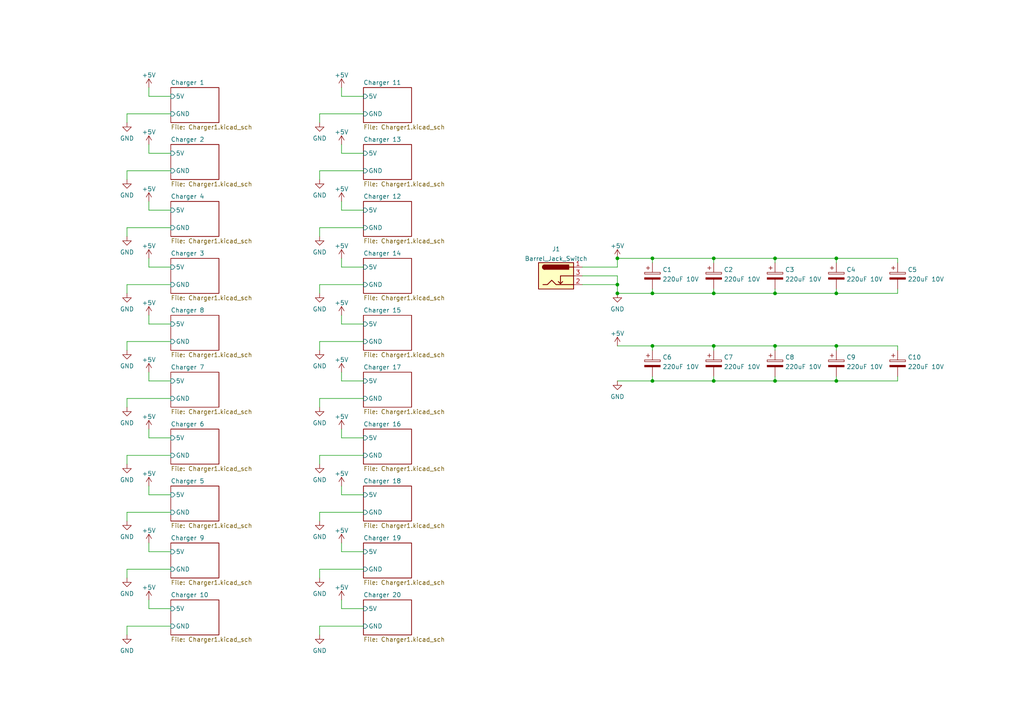
<source format=kicad_sch>
(kicad_sch (version 20211123) (generator eeschema)
  (paper "A4")
  (lib_symbols
    (symbol "Connector:Barrel_Jack_Switch" (pin_names hide)
      (property "Reference" "J" (at 0 5.334 0))
      (property "Value" "Barrel_Jack_Switch" (at 0 -5.08 0))
      (symbol "Barrel_Jack_Switch_0_1"
        (rectangle (start -5.08 3.81) (end 5.08 -3.81) (stroke (width 0.254)) (fill (type background)))
        (arc (start -3.302 3.175) (mid -3.937 2.54) (end -3.302 1.905) (stroke (width 0.254)))
        (arc (start -3.302 3.175) (mid -3.937 2.54) (end -3.302 1.905) (stroke (width 0.254)) (fill (type outline)))
        (polyline (pts (xy 1.27 -2.286) (xy 1.905 -1.651)) (stroke (width 0.254)))
        (polyline (pts (xy 5.08 2.54) (xy 3.81 2.54)) (stroke (width 0.254)))
        (polyline (pts (xy 5.08 0) (xy 1.27 0) (xy 1.27 -2.286) (xy 0.635 -1.651)) (stroke (width 0.254)))
        (polyline (pts (xy -3.81 -2.54) (xy -2.54 -2.54) (xy -1.27 -1.27) (xy 0 -2.54) (xy 2.54 -2.54) (xy 5.08 -2.54)) (stroke (width 0.254)))
        (rectangle (start 3.683 3.175) (end -3.302 1.905) (stroke (width 0.254)) (fill (type outline)))
      )
      (symbol "Barrel_Jack_Switch_1_1"
        (pin passive line (at 7.62 2.54 180) (length 2.54) (name "~") (number "1"))
        (pin passive line (at 7.62 -2.54 180) (length 2.54) (name "~") (number "2"))
        (pin passive line (at 7.62 0 180) (length 2.54) (name "~") (number "3"))
      )
    )
    (symbol "Device:C_Polarized" (pin_numbers hide) (pin_names (offset 0.254))
      (property "Reference" "C" (at 0.635 2.54 0))
      (property "Value" "C_Polarized" (at 0.635 -2.54 0))
      (symbol "C_Polarized_0_1"
        (rectangle (start -2.286 0.508) (end 2.286 1.016))
        (polyline (pts (xy -1.778 2.286) (xy -0.762 2.286)))
        (polyline (pts (xy -1.27 2.794) (xy -1.27 1.778)))
        (rectangle (start 2.286 -0.508) (end -2.286 -1.016) (fill (type outline)))
      )
      (symbol "C_Polarized_1_1"
        (pin passive line (at 0 3.81 270) (length 2.794) (name "~") (number "1"))
        (pin passive line (at 0 -3.81 90) (length 2.794) (name "~") (number "2"))
      )
    )
    (symbol "power:+5V" (power) (pin_names (offset 0))
      (property "Value" "+5V" (at 0 3.556 0))
      (symbol "+5V_0_1"
        (polyline (pts (xy -0.762 1.27) (xy 0 2.54)))
        (polyline (pts (xy 0 0) (xy 0 2.54)))
        (polyline (pts (xy 0 2.54) (xy 0.762 1.27)))
      )
      (symbol "+5V_1_1"
        (pin power_in line (at 0 0 90) (length 0) hide (name "+5V") (number "1"))
      )
    )
    (symbol "power:GND" (power) (pin_names (offset 0))
      (property "Value" "GND" (at 0 -3.81 0))
      (symbol "GND_0_1"
        (polyline (pts (xy 0 0) (xy 0 -1.27) (xy 1.27 -1.27) (xy 0 -2.54) (xy -1.27 -1.27) (xy 0 -1.27)))
      )
      (symbol "GND_1_1"
        (pin power_in line (at 0 0 270) (length 0) hide (name "GND") (number "1"))
      )
    )
  )
  (junction (at 207.01 74.93))
  (junction (at 207.01 110.49))
  (junction (at 224.79 74.93))
  (junction (at 224.79 100.33))
  (junction (at 189.23 85.09))
  (junction (at 179.07 74.93))
  (junction (at 242.57 74.93))
  (junction (at 189.23 110.49))
  (junction (at 207.01 85.09))
  (junction (at 224.79 110.49))
  (junction (at 207.01 100.33))
  (junction (at 189.23 100.33))
  (junction (at 179.07 82.55))
  (junction (at 242.57 85.09))
  (junction (at 242.57 100.33))
  (junction (at 224.79 85.09))
  (junction (at 242.57 110.49))
  (junction (at 179.07 85.09))
  (junction (at 189.23 74.93))
  (wire (pts (xy 43.18 157.48) (xy 43.18 160.02)))
  (wire (pts (xy 92.71 165.1) (xy 105.41 165.1)))
  (wire (pts (xy 92.71 132.08) (xy 105.41 132.08)))
  (wire (pts (xy 242.57 109.22) (xy 242.57 110.49)))
  (wire (pts (xy 43.18 25.4) (xy 43.18 27.94)))
  (wire (pts (xy 260.35 83.82) (xy 260.35 85.09)))
  (wire (pts (xy 43.18 60.96) (xy 49.53 60.96)))
  (wire (pts (xy 242.57 110.49) (xy 224.79 110.49)))
  (wire (pts (xy 36.83 115.57) (xy 49.53 115.57)))
  (wire (pts (xy 99.06 127) (xy 105.41 127)))
  (wire (pts (xy 99.06 74.93) (xy 99.06 77.47)))
  (wire (pts (xy 92.71 66.04) (xy 92.71 68.58)))
  (wire (pts (xy 224.79 74.93) (xy 224.79 76.2)))
  (wire (pts (xy 92.71 165.1) (xy 92.71 167.64)))
  (wire (pts (xy 99.06 110.49) (xy 105.41 110.49)))
  (wire (pts (xy 99.06 91.44) (xy 99.06 93.98)))
  (wire (pts (xy 99.06 41.91) (xy 99.06 44.45)))
  (wire (pts (xy 179.07 74.93) (xy 189.23 74.93)))
  (wire (pts (xy 92.71 148.59) (xy 105.41 148.59)))
  (wire (pts (xy 36.83 99.06) (xy 36.83 101.6)))
  (wire (pts (xy 260.35 109.22) (xy 260.35 110.49)))
  (wire (pts (xy 207.01 74.93) (xy 207.01 76.2)))
  (wire (pts (xy 242.57 100.33) (xy 242.57 101.6)))
  (wire (pts (xy 168.91 77.47) (xy 179.07 77.47)))
  (wire (pts (xy 207.01 100.33) (xy 189.23 100.33)))
  (wire (pts (xy 207.01 74.93) (xy 189.23 74.93)))
  (wire (pts (xy 43.18 44.45) (xy 49.53 44.45)))
  (wire (pts (xy 242.57 83.82) (xy 242.57 85.09)))
  (wire (pts (xy 99.06 107.95) (xy 99.06 110.49)))
  (wire (pts (xy 92.71 115.57) (xy 92.71 118.11)))
  (wire (pts (xy 179.07 77.47) (xy 179.07 74.93)))
  (wire (pts (xy 92.71 82.55) (xy 92.71 85.09)))
  (wire (pts (xy 92.71 82.55) (xy 105.41 82.55)))
  (wire (pts (xy 189.23 109.22) (xy 189.23 110.49)))
  (wire (pts (xy 92.71 49.53) (xy 92.71 52.07)))
  (wire (pts (xy 36.83 148.59) (xy 49.53 148.59)))
  (wire (pts (xy 92.71 33.02) (xy 105.41 33.02)))
  (wire (pts (xy 92.71 132.08) (xy 92.71 134.62)))
  (wire (pts (xy 260.35 74.93) (xy 242.57 74.93)))
  (wire (pts (xy 36.83 148.59) (xy 36.83 151.13)))
  (wire (pts (xy 168.91 80.01) (xy 179.07 80.01)))
  (wire (pts (xy 43.18 91.44) (xy 43.18 93.98)))
  (wire (pts (xy 36.83 82.55) (xy 36.83 85.09)))
  (wire (pts (xy 43.18 27.94) (xy 49.53 27.94)))
  (wire (pts (xy 189.23 85.09) (xy 179.07 85.09)))
  (wire (pts (xy 36.83 181.61) (xy 36.83 184.15)))
  (wire (pts (xy 189.23 74.93) (xy 189.23 76.2)))
  (wire (pts (xy 92.71 148.59) (xy 92.71 151.13)))
  (wire (pts (xy 99.06 58.42) (xy 99.06 60.96)))
  (wire (pts (xy 207.01 83.82) (xy 207.01 85.09)))
  (wire (pts (xy 242.57 74.93) (xy 224.79 74.93)))
  (wire (pts (xy 92.71 99.06) (xy 105.41 99.06)))
  (wire (pts (xy 224.79 110.49) (xy 207.01 110.49)))
  (wire (pts (xy 242.57 100.33) (xy 224.79 100.33)))
  (wire (pts (xy 43.18 124.46) (xy 43.18 127)))
  (wire (pts (xy 179.07 80.01) (xy 179.07 82.55)))
  (wire (pts (xy 168.91 82.55) (xy 179.07 82.55)))
  (wire (pts (xy 260.35 85.09) (xy 242.57 85.09)))
  (wire (pts (xy 36.83 165.1) (xy 49.53 165.1)))
  (wire (pts (xy 99.06 44.45) (xy 105.41 44.45)))
  (wire (pts (xy 43.18 77.47) (xy 49.53 77.47)))
  (wire (pts (xy 99.06 140.97) (xy 99.06 143.51)))
  (wire (pts (xy 99.06 27.94) (xy 105.41 27.94)))
  (wire (pts (xy 99.06 77.47) (xy 105.41 77.47)))
  (wire (pts (xy 43.18 41.91) (xy 43.18 44.45)))
  (wire (pts (xy 36.83 66.04) (xy 49.53 66.04)))
  (wire (pts (xy 179.07 100.33) (xy 189.23 100.33)))
  (wire (pts (xy 92.71 115.57) (xy 105.41 115.57)))
  (wire (pts (xy 92.71 181.61) (xy 92.71 184.15)))
  (wire (pts (xy 224.79 83.82) (xy 224.79 85.09)))
  (wire (pts (xy 99.06 93.98) (xy 105.41 93.98)))
  (wire (pts (xy 260.35 76.2) (xy 260.35 74.93)))
  (wire (pts (xy 43.18 173.99) (xy 43.18 176.53)))
  (wire (pts (xy 224.79 100.33) (xy 207.01 100.33)))
  (wire (pts (xy 43.18 93.98) (xy 49.53 93.98)))
  (wire (pts (xy 36.83 33.02) (xy 36.83 35.56)))
  (wire (pts (xy 43.18 143.51) (xy 49.53 143.51)))
  (wire (pts (xy 189.23 83.82) (xy 189.23 85.09)))
  (wire (pts (xy 43.18 127) (xy 49.53 127)))
  (wire (pts (xy 99.06 124.46) (xy 99.06 127)))
  (wire (pts (xy 224.79 74.93) (xy 207.01 74.93)))
  (wire (pts (xy 260.35 101.6) (xy 260.35 100.33)))
  (wire (pts (xy 189.23 100.33) (xy 189.23 101.6)))
  (wire (pts (xy 92.71 99.06) (xy 92.71 101.6)))
  (wire (pts (xy 242.57 85.09) (xy 224.79 85.09)))
  (wire (pts (xy 224.79 109.22) (xy 224.79 110.49)))
  (wire (pts (xy 207.01 109.22) (xy 207.01 110.49)))
  (wire (pts (xy 36.83 49.53) (xy 49.53 49.53)))
  (wire (pts (xy 92.71 181.61) (xy 105.41 181.61)))
  (wire (pts (xy 92.71 66.04) (xy 105.41 66.04)))
  (wire (pts (xy 43.18 110.49) (xy 49.53 110.49)))
  (wire (pts (xy 189.23 110.49) (xy 179.07 110.49)))
  (wire (pts (xy 92.71 49.53) (xy 105.41 49.53)))
  (wire (pts (xy 36.83 181.61) (xy 49.53 181.61)))
  (wire (pts (xy 99.06 25.4) (xy 99.06 27.94)))
  (wire (pts (xy 36.83 115.57) (xy 36.83 118.11)))
  (wire (pts (xy 99.06 157.48) (xy 99.06 160.02)))
  (wire (pts (xy 207.01 110.49) (xy 189.23 110.49)))
  (wire (pts (xy 207.01 85.09) (xy 189.23 85.09)))
  (wire (pts (xy 99.06 60.96) (xy 105.41 60.96)))
  (wire (pts (xy 36.83 82.55) (xy 49.53 82.55)))
  (wire (pts (xy 92.71 33.02) (xy 92.71 35.56)))
  (wire (pts (xy 99.06 176.53) (xy 105.41 176.53)))
  (wire (pts (xy 36.83 132.08) (xy 36.83 134.62)))
  (wire (pts (xy 260.35 110.49) (xy 242.57 110.49)))
  (wire (pts (xy 43.18 160.02) (xy 49.53 160.02)))
  (wire (pts (xy 36.83 49.53) (xy 36.83 52.07)))
  (wire (pts (xy 99.06 160.02) (xy 105.41 160.02)))
  (wire (pts (xy 260.35 100.33) (xy 242.57 100.33)))
  (wire (pts (xy 43.18 74.93) (xy 43.18 77.47)))
  (wire (pts (xy 99.06 173.99) (xy 99.06 176.53)))
  (wire (pts (xy 43.18 58.42) (xy 43.18 60.96)))
  (wire (pts (xy 207.01 100.33) (xy 207.01 101.6)))
  (wire (pts (xy 36.83 66.04) (xy 36.83 68.58)))
  (wire (pts (xy 179.07 82.55) (xy 179.07 85.09)))
  (wire (pts (xy 224.79 85.09) (xy 207.01 85.09)))
  (wire (pts (xy 36.83 132.08) (xy 49.53 132.08)))
  (wire (pts (xy 224.79 100.33) (xy 224.79 101.6)))
  (wire (pts (xy 36.83 33.02) (xy 49.53 33.02)))
  (wire (pts (xy 36.83 165.1) (xy 36.83 167.64)))
  (wire (pts (xy 99.06 143.51) (xy 105.41 143.51)))
  (wire (pts (xy 43.18 176.53) (xy 49.53 176.53)))
  (wire (pts (xy 43.18 107.95) (xy 43.18 110.49)))
  (wire (pts (xy 242.57 74.93) (xy 242.57 76.2)))
  (wire (pts (xy 43.18 140.97) (xy 43.18 143.51)))
  (wire (pts (xy 36.83 99.06) (xy 49.53 99.06)))
  (symbol (lib_id "power:+5V") (at 43.18 157.48 0) (unit 1)
    (property "Reference" "#PWR037" (effects hide))
    (property "Value" "+5V" (at 43.18 153.8755 0))
  )
  (symbol (lib_id "Device:C_Polarized") (at 207.01 80.01 0) (unit 1)
    (property "Reference" "C2" (at 209.931 78.2125 0) (effects (justify left)))
    (property "Value" "220uF 10V" (at 209.931 80.9876 0) (effects (justify left)))
    (property "Footprint" "Capacitor_Tantalum_SMD:CP_EIA-7343-31_Kemet-D" (effects hide))
    (property "LCSC Part Number" "C116577" (effects hide))
    (property "Manufacturer" "KEMET" (effects hide))
    (property "Manufacturer Part Number" "T491D227K010AT" (effects hide))
  )
  (symbol (lib_id "power:GND") (at 36.83 167.64 0) (unit 1)
    (property "Reference" "#PWR039" (effects hide))
    (property "Value" "GND" (at 36.83 172.2025 0))
  )
  (symbol (lib_id "power:GND") (at 36.83 134.62 0) (unit 1)
    (property "Reference" "#PWR031" (effects hide))
    (property "Value" "GND" (at 36.83 139.1825 0))
  )
  (symbol (lib_id "power:GND") (at 92.71 35.56 0) (unit 1)
    (property "Reference" "#PWR04" (effects hide))
    (property "Value" "GND" (at 92.71 40.1225 0))
  )
  (symbol (lib_id "power:GND") (at 92.71 151.13 0) (unit 1)
    (property "Reference" "#PWR036" (effects hide))
    (property "Value" "GND" (at 92.71 155.6925 0))
  )
  (symbol (lib_id "power:GND") (at 36.83 52.07 0) (unit 1)
    (property "Reference" "#PWR07" (effects hide))
    (property "Value" "GND" (at 36.83 56.6325 0))
  )
  (symbol (lib_id "power:+5V") (at 99.06 173.99 0) (unit 1)
    (property "Reference" "#PWR042" (effects hide))
    (property "Value" "+5V" (at 99.06 170.3855 0))
  )
  (symbol (lib_id "power:GND") (at 92.71 68.58 0) (unit 1)
    (property "Reference" "#PWR012" (effects hide))
    (property "Value" "GND" (at 92.71 73.1425 0))
  )
  (symbol (lib_id "power:+5V") (at 43.18 25.4 0) (unit 1)
    (property "Reference" "#PWR01" (effects hide))
    (property "Value" "+5V" (at 43.18 21.7955 0))
  )
  (symbol (lib_id "power:+5V") (at 43.18 58.42 0) (unit 1)
    (property "Reference" "#PWR09" (effects hide))
    (property "Value" "+5V" (at 43.18 54.8155 0))
  )
  (symbol (lib_id "power:+5V") (at 43.18 91.44 0) (unit 1)
    (property "Reference" "#PWR019" (effects hide))
    (property "Value" "+5V" (at 43.18 87.8355 0))
  )
  (symbol (lib_id "power:+5V") (at 43.18 41.91 0) (unit 1)
    (property "Reference" "#PWR05" (effects hide))
    (property "Value" "+5V" (at 43.18 38.3055 0))
  )
  (symbol (lib_id "power:+5V") (at 99.06 25.4 0) (unit 1)
    (property "Reference" "#PWR02" (effects hide))
    (property "Value" "+5V" (at 99.06 21.7955 0))
  )
  (symbol (lib_id "power:+5V") (at 99.06 157.48 0) (unit 1)
    (property "Reference" "#PWR038" (effects hide))
    (property "Value" "+5V" (at 99.06 153.8755 0))
  )
  (symbol (lib_id "Device:C_Polarized") (at 189.23 105.41 0) (unit 1)
    (property "Reference" "C6" (at 192.151 103.6125 0) (effects (justify left)))
    (property "Value" "220uF 10V" (at 192.151 106.3876 0) (effects (justify left)))
    (property "Footprint" "Capacitor_Tantalum_SMD:CP_EIA-7343-31_Kemet-D" (effects hide))
    (property "LCSC Part Number" "C116577" (effects hide))
    (property "Manufacturer" "KEMET" (effects hide))
    (property "Manufacturer Part Number" "T491D227K010AT" (effects hide))
  )
  (symbol (lib_id "power:GND") (at 92.71 85.09 0) (unit 1)
    (property "Reference" "#PWR017" (effects hide))
    (property "Value" "GND" (at 92.71 89.6525 0))
  )
  (symbol (lib_id "Device:C_Polarized") (at 260.35 80.01 0) (unit 1)
    (property "Reference" "C5" (at 263.271 78.2125 0) (effects (justify left)))
    (property "Value" "220uF 10V" (at 263.271 80.9876 0) (effects (justify left)))
    (property "Footprint" "Capacitor_Tantalum_SMD:CP_EIA-7343-31_Kemet-D" (effects hide))
    (property "LCSC Part Number" "C116577" (effects hide))
    (property "Manufacturer" "KEMET" (effects hide))
    (property "Manufacturer Part Number" "T491D227K010AT" (effects hide))
  )
  (symbol (lib_id "Device:C_Polarized") (at 260.35 105.41 0) (unit 1)
    (property "Reference" "C10" (at 263.271 103.6125 0) (effects (justify left)))
    (property "Value" "220uF 10V" (at 263.271 106.3876 0) (effects (justify left)))
    (property "Footprint" "Capacitor_Tantalum_SMD:CP_EIA-7343-31_Kemet-D" (effects hide))
    (property "LCSC Part Number" "C116577" (effects hide))
    (property "Manufacturer" "KEMET" (effects hide))
    (property "Manufacturer Part Number" "T491D227K010AT" (effects hide))
  )
  (symbol (lib_id "power:GND") (at 36.83 101.6 0) (unit 1)
    (property "Reference" "#PWR022" (effects hide))
    (property "Value" "GND" (at 36.83 106.1625 0))
  )
  (symbol (lib_id "power:GND") (at 92.71 184.15 0) (unit 1)
    (property "Reference" "#PWR044" (effects hide))
    (property "Value" "GND" (at 92.71 188.7125 0))
  )
  (symbol (lib_id "power:GND") (at 36.83 68.58 0) (unit 1)
    (property "Reference" "#PWR011" (effects hide))
    (property "Value" "GND" (at 36.83 73.1425 0))
  )
  (symbol (lib_id "power:GND") (at 92.71 118.11 0) (unit 1)
    (property "Reference" "#PWR028" (effects hide))
    (property "Value" "GND" (at 92.71 122.6725 0))
  )
  (symbol (lib_id "Device:C_Polarized") (at 224.79 80.01 0) (unit 1)
    (property "Reference" "C3" (at 227.711 78.2125 0) (effects (justify left)))
    (property "Value" "220uF 10V" (at 227.711 80.9876 0) (effects (justify left)))
    (property "Footprint" "Capacitor_Tantalum_SMD:CP_EIA-7343-31_Kemet-D" (effects hide))
    (property "LCSC Part Number" "C116577" (effects hide))
    (property "Manufacturer" "KEMET" (effects hide))
    (property "Manufacturer Part Number" "T491D227K010AT" (effects hide))
  )
  (symbol (lib_id "Device:C_Polarized") (at 242.57 105.41 0) (unit 1)
    (property "Reference" "C9" (at 245.491 103.6125 0) (effects (justify left)))
    (property "Value" "220uF 10V" (at 245.491 106.3876 0) (effects (justify left)))
    (property "Footprint" "Capacitor_Tantalum_SMD:CP_EIA-7343-31_Kemet-D" (effects hide))
    (property "LCSC Part Number" "C116577" (effects hide))
    (property "Manufacturer" "KEMET" (effects hide))
    (property "Manufacturer Part Number" "T491D227K010AT" (effects hide))
  )
  (symbol (lib_id "Device:C_Polarized") (at 224.79 105.41 0) (unit 1)
    (property "Reference" "C8" (at 227.711 103.6125 0) (effects (justify left)))
    (property "Value" "220uF 10V" (at 227.711 106.3876 0) (effects (justify left)))
    (property "Footprint" "Capacitor_Tantalum_SMD:CP_EIA-7343-31_Kemet-D" (effects hide))
    (property "LCSC Part Number" "C116577" (effects hide))
    (property "Manufacturer" "KEMET" (effects hide))
    (property "Manufacturer Part Number" "T491D227K010AT" (effects hide))
  )
  (symbol (lib_id "power:GND") (at 92.71 167.64 0) (unit 1)
    (property "Reference" "#PWR040" (effects hide))
    (property "Value" "GND" (at 92.71 172.2025 0))
  )
  (symbol (lib_id "power:+5V") (at 43.18 74.93 0) (unit 1)
    (property "Reference" "#PWR013" (effects hide))
    (property "Value" "+5V" (at 43.18 71.3255 0))
  )
  (symbol (lib_id "power:+5V") (at 99.06 107.95 0) (unit 1)
    (property "Reference" "#PWR025" (effects hide))
    (property "Value" "+5V" (at 99.06 104.3455 0))
  )
  (symbol (lib_id "power:GND") (at 92.71 52.07 0) (unit 1)
    (property "Reference" "#PWR08" (effects hide))
    (property "Value" "GND" (at 92.71 56.6325 0))
  )
  (symbol (lib_id "power:+5V") (at 43.18 124.46 0) (unit 1)
    (property "Reference" "#PWR029" (effects hide))
    (property "Value" "+5V" (at 43.18 120.8555 0))
  )
  (symbol (lib_id "power:+5V") (at 99.06 140.97 0) (unit 1)
    (property "Reference" "#PWR034" (effects hide))
    (property "Value" "+5V" (at 99.06 137.3655 0))
  )
  (symbol (lib_id "power:GND") (at 36.83 151.13 0) (unit 1)
    (property "Reference" "#PWR035" (effects hide))
    (property "Value" "GND" (at 36.83 155.6925 0))
  )
  (symbol (lib_id "power:+5V") (at 179.07 100.33 0) (unit 1)
    (property "Reference" "#PWR021" (effects hide))
    (property "Value" "+5V" (at 179.07 96.7255 0))
  )
  (symbol (lib_id "Device:C_Polarized") (at 189.23 80.01 0) (unit 1)
    (property "Reference" "C1" (at 192.151 78.2125 0) (effects (justify left)))
    (property "Value" "220uF 10V" (at 192.151 80.9876 0) (effects (justify left)))
    (property "Footprint" "Capacitor_Tantalum_SMD:CP_EIA-7343-31_Kemet-D" (effects hide))
    (property "LCSC Part Number" "C116577" (effects hide))
    (property "Manufacturer" "KEMET" (effects hide))
    (property "Manufacturer Part Number" "T491D227K010AT" (effects hide))
  )
  (symbol (lib_id "power:GND") (at 92.71 101.6 0) (unit 1)
    (property "Reference" "#PWR023" (effects hide))
    (property "Value" "GND" (at 92.71 106.1625 0))
  )
  (symbol (lib_id "power:+5V") (at 43.18 140.97 0) (unit 1)
    (property "Reference" "#PWR033" (effects hide))
    (property "Value" "+5V" (at 43.18 137.3655 0))
  )
  (symbol (lib_id "power:+5V") (at 99.06 74.93 0) (unit 1)
    (property "Reference" "#PWR014" (effects hide))
    (property "Value" "+5V" (at 99.06 71.3255 0))
  )
  (symbol (lib_id "Device:C_Polarized") (at 242.57 80.01 0) (unit 1)
    (property "Reference" "C4" (at 245.491 78.2125 0) (effects (justify left)))
    (property "Value" "220uF 10V" (at 245.491 80.9876 0) (effects (justify left)))
    (property "Footprint" "Capacitor_Tantalum_SMD:CP_EIA-7343-31_Kemet-D" (effects hide))
    (property "LCSC Part Number" "C116577" (effects hide))
    (property "Manufacturer" "KEMET" (effects hide))
    (property "Manufacturer Part Number" "T491D227K010AT" (effects hide))
  )
  (symbol (lib_id "power:+5V") (at 99.06 58.42 0) (unit 1)
    (property "Reference" "#PWR010" (effects hide))
    (property "Value" "+5V" (at 99.06 54.8155 0))
  )
  (symbol (lib_id "power:GND") (at 179.07 110.49 0) (unit 1)
    (property "Reference" "#PWR026" (effects hide))
    (property "Value" "GND" (at 179.07 115.0525 0))
  )
  (symbol (lib_id "power:GND") (at 36.83 118.11 0) (unit 1)
    (property "Reference" "#PWR027" (effects hide))
    (property "Value" "GND" (at 36.83 122.6725 0))
  )
  (symbol (lib_id "Connector:Barrel_Jack_Switch") (at 161.29 80.01 0) (unit 1)
    (property "Reference" "J1" (at 161.29 72.2335 0))
    (property "Value" "Barrel_Jack_Switch" (at 161.29 75.0086 0))
    (property "Footprint" "Pixels-dice:BARREL_JACK" (effects hide))
    (property "LCSC Part Number" "C194407" (effects hide))
    (property "Manufacturer" "GANGYUAN" (effects hide))
    (property "Manufacturer Part Number" "DC-470-2.1GP" (effects hide))
  )
  (symbol (lib_id "Device:C_Polarized") (at 207.01 105.41 0) (unit 1)
    (property "Reference" "C7" (at 209.931 103.6125 0) (effects (justify left)))
    (property "Value" "220uF 10V" (at 209.931 106.3876 0) (effects (justify left)))
    (property "Footprint" "Capacitor_Tantalum_SMD:CP_EIA-7343-31_Kemet-D" (effects hide))
    (property "LCSC Part Number" "C116577" (effects hide))
    (property "Manufacturer" "KEMET" (effects hide))
    (property "Manufacturer Part Number" "T491D227K010AT" (effects hide))
  )
  (symbol (lib_id "power:+5V") (at 99.06 91.44 0) (unit 1)
    (property "Reference" "#PWR020" (effects hide))
    (property "Value" "+5V" (at 99.06 87.8355 0))
  )
  (symbol (lib_id "power:GND") (at 179.07 85.09 0) (unit 1)
    (property "Reference" "#PWR018" (effects hide))
    (property "Value" "GND" (at 179.07 89.6525 0))
  )
  (symbol (lib_id "power:GND") (at 92.71 134.62 0) (unit 1)
    (property "Reference" "#PWR032" (effects hide))
    (property "Value" "GND" (at 92.71 139.1825 0))
  )
  (symbol (lib_id "power:GND") (at 36.83 184.15 0) (unit 1)
    (property "Reference" "#PWR043" (effects hide))
    (property "Value" "GND" (at 36.83 188.7125 0))
  )
  (symbol (lib_id "power:+5V") (at 179.07 74.93 0) (unit 1)
    (property "Reference" "#PWR015" (effects hide))
    (property "Value" "+5V" (at 179.07 71.3255 0))
  )
  (symbol (lib_id "power:+5V") (at 43.18 107.95 0) (unit 1)
    (property "Reference" "#PWR024" (effects hide))
    (property "Value" "+5V" (at 43.18 104.3455 0))
  )
  (symbol (lib_id "power:+5V") (at 43.18 173.99 0) (unit 1)
    (property "Reference" "#PWR041" (effects hide))
    (property "Value" "+5V" (at 43.18 170.3855 0))
  )
  (symbol (lib_id "power:GND") (at 36.83 35.56 0) (unit 1)
    (property "Reference" "#PWR03" (effects hide))
    (property "Value" "GND" (at 36.83 40.1225 0))
  )
  (symbol (lib_id "power:GND") (at 36.83 85.09 0) (unit 1)
    (property "Reference" "#PWR016" (effects hide))
    (property "Value" "GND" (at 36.83 89.6525 0))
  )
  (symbol (lib_id "power:+5V") (at 99.06 124.46 0) (unit 1)
    (property "Reference" "#PWR030" (effects hide))
    (property "Value" "+5V" (at 99.06 120.8555 0))
  )
  (symbol (lib_id "power:+5V") (at 99.06 41.91 0) (unit 1)
    (property "Reference" "#PWR06" (effects hide))
    (property "Value" "+5V" (at 99.06 38.3055 0))
  )
  (sheet (at 49.53 157.48) (size 13.97 10.16) (stroke (width 0.1524))
    (property "Sheet name" "Charger 9" (at 49.53 156.7684 0) (effects (justify left bottom)))
    (property "Sheet file" "Charger1.kicad_sch" (at 49.53 168.2246 0) (effects (justify left top)))
    (pin "5V" input (at 49.53 160.02 180))
    (pin "GND" input (at 49.53 165.1 180))
  )
  (sheet (at 105.41 140.97) (size 13.97 10.16) (stroke (width 0.1524))
    (property "Sheet name" "Charger 18" (at 105.41 140.2584 0) (effects (justify left bottom)))
    (property "Sheet file" "Charger1.kicad_sch" (at 105.41 151.7146 0) (effects (justify left top)))
    (pin "5V" input (at 105.41 143.51 180))
    (pin "GND" input (at 105.41 148.59 180))
  )
  (sheet (at 49.53 140.97) (size 13.97 10.16) (stroke (width 0.1524))
    (property "Sheet name" "Charger 5" (at 49.53 140.2584 0) (effects (justify left bottom)))
    (property "Sheet file" "Charger1.kicad_sch" (at 49.53 151.7146 0) (effects (justify left top)))
    (pin "5V" input (at 49.53 143.51 180))
    (pin "GND" input (at 49.53 148.59 180))
  )
  (sheet (at 105.41 91.44) (size 13.97 10.16) (stroke (width 0.1524))
    (property "Sheet name" "Charger 15" (at 105.41 90.7284 0) (effects (justify left bottom)))
    (property "Sheet file" "Charger1.kicad_sch" (at 105.41 102.1846 0) (effects (justify left top)))
    (pin "5V" input (at 105.41 93.98 180))
    (pin "GND" input (at 105.41 99.06 180))
  )
  (sheet (at 105.41 58.42) (size 13.97 10.16) (stroke (width 0.1524))
    (property "Sheet name" "Charger 12" (at 105.41 57.7084 0) (effects (justify left bottom)))
    (property "Sheet file" "Charger1.kicad_sch" (at 105.41 69.1646 0) (effects (justify left top)))
    (pin "5V" input (at 105.41 60.96 180))
    (pin "GND" input (at 105.41 66.04 180))
  )
  (sheet (at 105.41 173.99) (size 13.97 10.16) (stroke (width 0.1524))
    (property "Sheet name" "Charger 20" (at 105.41 173.2784 0) (effects (justify left bottom)))
    (property "Sheet file" "Charger1.kicad_sch" (at 105.41 184.7346 0) (effects (justify left top)))
    (pin "5V" input (at 105.41 176.53 180))
    (pin "GND" input (at 105.41 181.61 180))
  )
  (sheet (at 49.53 41.91) (size 13.97 10.16) (stroke (width 0.1524))
    (property "Sheet name" "Charger 2" (at 49.53 41.1984 0) (effects (justify left bottom)))
    (property "Sheet file" "Charger1.kicad_sch" (at 49.53 52.6546 0) (effects (justify left top)))
    (pin "5V" input (at 49.53 44.45 180))
    (pin "GND" input (at 49.53 49.53 180))
  )
  (sheet (at 49.53 25.4) (size 13.97 10.16) (stroke (width 0.1524))
    (property "Sheet name" "Charger 1" (at 49.53 24.6884 0) (effects (justify left bottom)))
    (property "Sheet file" "Charger1.kicad_sch" (at 49.53 36.1446 0) (effects (justify left top)))
    (pin "5V" input (at 49.53 27.94 180))
    (pin "GND" input (at 49.53 33.02 180))
  )
  (sheet (at 105.41 124.46) (size 13.97 10.16) (stroke (width 0.1524))
    (property "Sheet name" "Charger 16" (at 105.41 123.7484 0) (effects (justify left bottom)))
    (property "Sheet file" "Charger1.kicad_sch" (at 105.41 135.2046 0) (effects (justify left top)))
    (pin "5V" input (at 105.41 127 180))
    (pin "GND" input (at 105.41 132.08 180))
  )
  (sheet (at 105.41 157.48) (size 13.97 10.16) (stroke (width 0.1524))
    (property "Sheet name" "Charger 19" (at 105.41 156.7684 0) (effects (justify left bottom)))
    (property "Sheet file" "Charger1.kicad_sch" (at 105.41 168.2246 0) (effects (justify left top)))
    (pin "5V" input (at 105.41 160.02 180))
    (pin "GND" input (at 105.41 165.1 180))
  )
  (sheet (at 105.41 74.93) (size 13.97 10.16) (stroke (width 0.1524))
    (property "Sheet name" "Charger 14" (at 105.41 74.2184 0) (effects (justify left bottom)))
    (property "Sheet file" "Charger1.kicad_sch" (at 105.41 85.6746 0) (effects (justify left top)))
    (pin "5V" input (at 105.41 77.47 180))
    (pin "GND" input (at 105.41 82.55 180))
  )
  (sheet (at 49.53 91.44) (size 13.97 10.16) (stroke (width 0.1524))
    (property "Sheet name" "Charger 8" (at 49.53 90.7284 0) (effects (justify left bottom)))
    (property "Sheet file" "Charger1.kicad_sch" (at 49.53 102.1846 0) (effects (justify left top)))
    (pin "5V" input (at 49.53 93.98 180))
    (pin "GND" input (at 49.53 99.06 180))
  )
  (sheet (at 105.41 107.95) (size 13.97 10.16) (stroke (width 0.1524))
    (property "Sheet name" "Charger 17" (at 105.41 107.2384 0) (effects (justify left bottom)))
    (property "Sheet file" "Charger1.kicad_sch" (at 105.41 118.6946 0) (effects (justify left top)))
    (pin "5V" input (at 105.41 110.49 180))
    (pin "GND" input (at 105.41 115.57 180))
  )
  (sheet (at 49.53 74.93) (size 13.97 10.16) (stroke (width 0.1524))
    (property "Sheet name" "Charger 3" (at 49.53 74.2184 0) (effects (justify left bottom)))
    (property "Sheet file" "Charger1.kicad_sch" (at 49.53 85.6746 0) (effects (justify left top)))
    (pin "5V" input (at 49.53 77.47 180))
    (pin "GND" input (at 49.53 82.55 180))
  )
  (sheet (at 105.41 41.91) (size 13.97 10.16) (stroke (width 0.1524))
    (property "Sheet name" "Charger 13" (at 105.41 41.1984 0) (effects (justify left bottom)))
    (property "Sheet file" "Charger1.kicad_sch" (at 105.41 52.6546 0) (effects (justify left top)))
    (pin "5V" input (at 105.41 44.45 180))
    (pin "GND" input (at 105.41 49.53 180))
  )
  (sheet (at 49.53 58.42) (size 13.97 10.16) (stroke (width 0.1524))
    (property "Sheet name" "Charger 4" (at 49.53 57.7084 0) (effects (justify left bottom)))
    (property "Sheet file" "Charger1.kicad_sch" (at 49.53 69.1646 0) (effects (justify left top)))
    (pin "5V" input (at 49.53 60.96 180))
    (pin "GND" input (at 49.53 66.04 180))
  )
  (sheet (at 49.53 173.99) (size 13.97 10.16) (stroke (width 0.1524))
    (property "Sheet name" "Charger 10" (at 49.53 173.2784 0) (effects (justify left bottom)))
    (property "Sheet file" "Charger1.kicad_sch" (at 49.53 184.7346 0) (effects (justify left top)))
    (pin "5V" input (at 49.53 176.53 180))
    (pin "GND" input (at 49.53 181.61 180))
  )
  (sheet (at 49.53 107.95) (size 13.97 10.16) (stroke (width 0.1524))
    (property "Sheet name" "Charger 7" (at 49.53 107.2384 0) (effects (justify left bottom)))
    (property "Sheet file" "Charger1.kicad_sch" (at 49.53 118.6946 0) (effects (justify left top)))
    (pin "5V" input (at 49.53 110.49 180))
    (pin "GND" input (at 49.53 115.57 180))
  )
  (sheet (at 49.53 124.46) (size 13.97 10.16) (stroke (width 0.1524))
    (property "Sheet name" "Charger 6" (at 49.53 123.7484 0) (effects (justify left bottom)))
    (property "Sheet file" "Charger1.kicad_sch" (at 49.53 135.2046 0) (effects (justify left top)))
    (pin "5V" input (at 49.53 127 180))
    (pin "GND" input (at 49.53 132.08 180))
  )
  (sheet (at 105.41 25.4) (size 13.97 10.16) (stroke (width 0.1524))
    (property "Sheet name" "Charger 11" (at 105.41 24.6884 0) (effects (justify left bottom)))
    (property "Sheet file" "Charger1.kicad_sch" (at 105.41 36.1446 0) (effects (justify left top)))
    (pin "5V" input (at 105.41 27.94 180))
    (pin "GND" input (at 105.41 33.02 180))
  )
)
</source>
